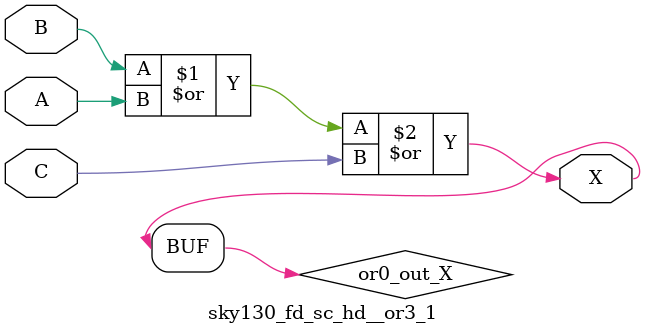
<source format=v>
/*
 * Copyright 2020 The SkyWater PDK Authors
 *
 * Licensed under the Apache License, Version 2.0 (the "License");
 * you may not use this file except in compliance with the License.
 * You may obtain a copy of the License at
 *
 *     https://www.apache.org/licenses/LICENSE-2.0
 *
 * Unless required by applicable law or agreed to in writing, software
 * distributed under the License is distributed on an "AS IS" BASIS,
 * WITHOUT WARRANTIES OR CONDITIONS OF ANY KIND, either express or implied.
 * See the License for the specific language governing permissions and
 * limitations under the License.
 *
 * SPDX-License-Identifier: Apache-2.0
*/


`ifndef SKY130_FD_SC_HD__OR3_1_FUNCTIONAL_V
`define SKY130_FD_SC_HD__OR3_1_FUNCTIONAL_V

/**
 * or3: 3-input OR.
 *
 * Verilog simulation functional model.
 */

`timescale 1ns / 1ps
`default_nettype none

`celldefine
module sky130_fd_sc_hd__or3_1 (
    X,
    A,
    B,
    C
);

    // Module ports
    output X;
    input  A;
    input  B;
    input  C;

    // Local signals
    wire or0_out_X;

    //  Name  Output     Other arguments
    or  or0  (or0_out_X, B, A, C        );
    buf buf0 (X        , or0_out_X      );

endmodule
`endcelldefine

`default_nettype wire
`endif  // SKY130_FD_SC_HD__OR3_1_FUNCTIONAL_V

</source>
